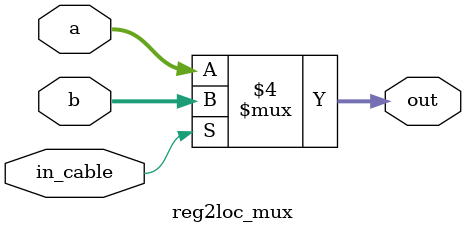
<source format=v>
module reg2loc_mux (input [4:0] a, input [4:0] b, input in_cable, output reg [4:0] out);

always @* begin 

if (in_cable == 0) out <= a;
else out <= b;

end

endmodule
</source>
